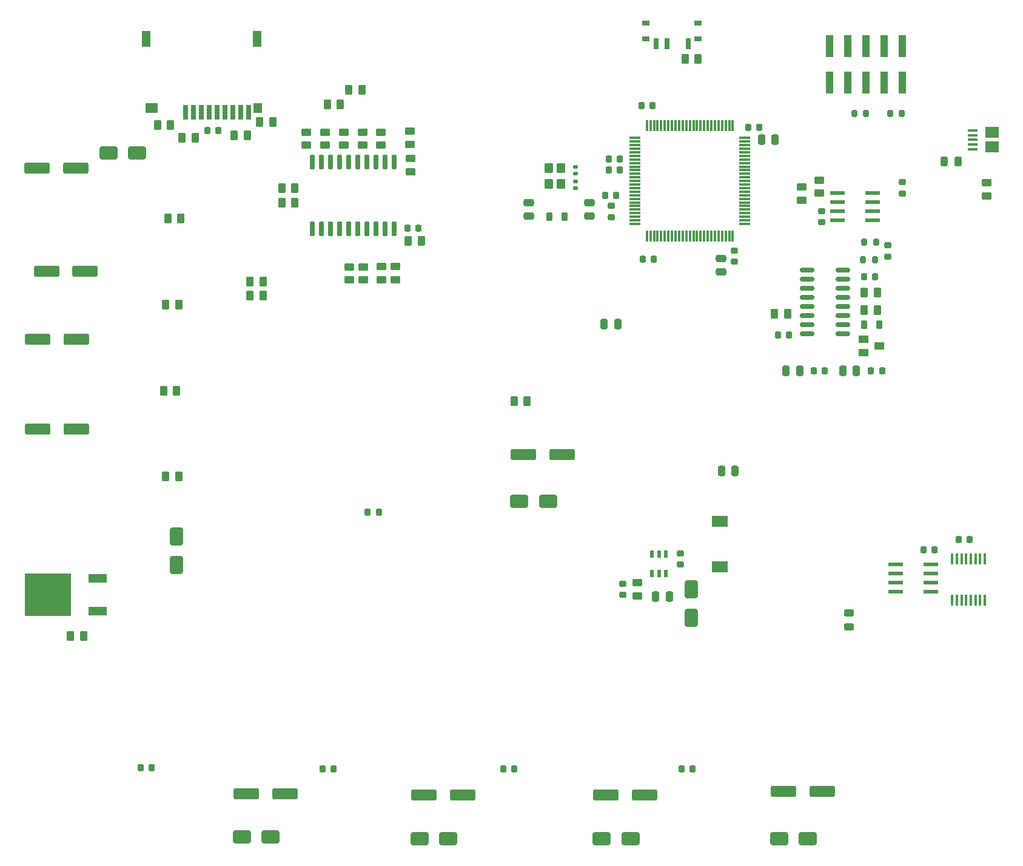
<source format=gbr>
%TF.GenerationSoftware,KiCad,Pcbnew,9.0.2*%
%TF.CreationDate,2025-07-27T13:17:30+02:00*%
%TF.ProjectId,HydrogelBioprinter,48796472-6f67-4656-9c42-696f7072696e,rev?*%
%TF.SameCoordinates,Original*%
%TF.FileFunction,Paste,Top*%
%TF.FilePolarity,Positive*%
%FSLAX46Y46*%
G04 Gerber Fmt 4.6, Leading zero omitted, Abs format (unit mm)*
G04 Created by KiCad (PCBNEW 9.0.2) date 2025-07-27 13:17:30*
%MOMM*%
%LPD*%
G01*
G04 APERTURE LIST*
G04 Aperture macros list*
%AMRoundRect*
0 Rectangle with rounded corners*
0 $1 Rounding radius*
0 $2 $3 $4 $5 $6 $7 $8 $9 X,Y pos of 4 corners*
0 Add a 4 corners polygon primitive as box body*
4,1,4,$2,$3,$4,$5,$6,$7,$8,$9,$2,$3,0*
0 Add four circle primitives for the rounded corners*
1,1,$1+$1,$2,$3*
1,1,$1+$1,$4,$5*
1,1,$1+$1,$6,$7*
1,1,$1+$1,$8,$9*
0 Add four rect primitives between the rounded corners*
20,1,$1+$1,$2,$3,$4,$5,0*
20,1,$1+$1,$4,$5,$6,$7,0*
20,1,$1+$1,$6,$7,$8,$9,0*
20,1,$1+$1,$8,$9,$2,$3,0*%
G04 Aperture macros list end*
%ADD10RoundRect,0.225000X0.250000X-0.225000X0.250000X0.225000X-0.250000X0.225000X-0.250000X-0.225000X0*%
%ADD11RoundRect,0.250000X0.262500X0.450000X-0.262500X0.450000X-0.262500X-0.450000X0.262500X-0.450000X0*%
%ADD12RoundRect,0.250000X-0.450000X0.262500X-0.450000X-0.262500X0.450000X-0.262500X0.450000X0.262500X0*%
%ADD13RoundRect,0.225000X-0.250000X0.225000X-0.250000X-0.225000X0.250000X-0.225000X0.250000X0.225000X0*%
%ADD14RoundRect,0.250000X1.000000X0.650000X-1.000000X0.650000X-1.000000X-0.650000X1.000000X-0.650000X0*%
%ADD15RoundRect,0.250000X-1.500000X-0.550000X1.500000X-0.550000X1.500000X0.550000X-1.500000X0.550000X0*%
%ADD16RoundRect,0.250000X-0.250000X-0.475000X0.250000X-0.475000X0.250000X0.475000X-0.250000X0.475000X0*%
%ADD17RoundRect,0.250000X1.500000X0.550000X-1.500000X0.550000X-1.500000X-0.550000X1.500000X-0.550000X0*%
%ADD18RoundRect,0.225000X0.225000X0.250000X-0.225000X0.250000X-0.225000X-0.250000X0.225000X-0.250000X0*%
%ADD19RoundRect,0.243750X-0.243750X-0.456250X0.243750X-0.456250X0.243750X0.456250X-0.243750X0.456250X0*%
%ADD20RoundRect,0.250000X-0.475000X0.250000X-0.475000X-0.250000X0.475000X-0.250000X0.475000X0.250000X0*%
%ADD21RoundRect,0.073750X0.911250X0.221250X-0.911250X0.221250X-0.911250X-0.221250X0.911250X-0.221250X0*%
%ADD22RoundRect,0.243750X0.456250X-0.243750X0.456250X0.243750X-0.456250X0.243750X-0.456250X-0.243750X0*%
%ADD23RoundRect,0.225000X-0.225000X-0.250000X0.225000X-0.250000X0.225000X0.250000X-0.225000X0.250000X0*%
%ADD24R,2.500000X1.200000*%
%ADD25R,6.500000X6.000000*%
%ADD26RoundRect,0.250000X0.475000X-0.250000X0.475000X0.250000X-0.475000X0.250000X-0.475000X-0.250000X0*%
%ADD27RoundRect,0.250000X-0.262500X-0.450000X0.262500X-0.450000X0.262500X0.450000X-0.262500X0.450000X0*%
%ADD28RoundRect,0.250000X-0.650000X1.000000X-0.650000X-1.000000X0.650000X-1.000000X0.650000X1.000000X0*%
%ADD29RoundRect,0.075000X-0.725000X-0.075000X0.725000X-0.075000X0.725000X0.075000X-0.725000X0.075000X0*%
%ADD30RoundRect,0.075000X-0.075000X-0.725000X0.075000X-0.725000X0.075000X0.725000X-0.075000X0.725000X0*%
%ADD31RoundRect,0.200000X-0.200000X-0.275000X0.200000X-0.275000X0.200000X0.275000X-0.200000X0.275000X0*%
%ADD32RoundRect,0.250000X0.450000X-0.262500X0.450000X0.262500X-0.450000X0.262500X-0.450000X-0.262500X0*%
%ADD33R,0.600000X1.100000*%
%ADD34RoundRect,0.250000X-1.000000X-0.650000X1.000000X-0.650000X1.000000X0.650000X-1.000000X0.650000X0*%
%ADD35R,2.200000X1.500000*%
%ADD36RoundRect,0.140000X0.170000X-0.140000X0.170000X0.140000X-0.170000X0.140000X-0.170000X-0.140000X0*%
%ADD37R,0.700000X2.000000*%
%ADD38R,1.200000X1.400000*%
%ADD39R,1.270000X2.290000*%
%ADD40R,1.780000X1.400000*%
%ADD41RoundRect,0.071250X0.913750X0.213750X-0.913750X0.213750X-0.913750X-0.213750X0.913750X-0.213750X0*%
%ADD42RoundRect,0.218750X-0.218750X-0.381250X0.218750X-0.381250X0.218750X0.381250X-0.218750X0.381250X0*%
%ADD43RoundRect,0.200000X0.200000X0.275000X-0.200000X0.275000X-0.200000X-0.275000X0.200000X-0.275000X0*%
%ADD44R,1.000000X0.800000*%
%ADD45R,0.700000X1.500000*%
%ADD46RoundRect,0.250000X0.250000X0.475000X-0.250000X0.475000X-0.250000X-0.475000X0.250000X-0.475000X0*%
%ADD47RoundRect,0.051250X0.153750X-0.733750X0.153750X0.733750X-0.153750X0.733750X-0.153750X-0.733750X0*%
%ADD48RoundRect,0.075000X-0.225000X0.955000X-0.225000X-0.955000X0.225000X-0.955000X0.225000X0.955000X0*%
%ADD49RoundRect,0.218750X0.218750X0.381250X-0.218750X0.381250X-0.218750X-0.381250X0.218750X-0.381250X0*%
%ADD50RoundRect,0.250000X-0.350000X0.450000X-0.350000X-0.450000X0.350000X-0.450000X0.350000X0.450000X0*%
%ADD51R,1.400000X1.000000*%
%ADD52R,1.350000X0.400000*%
%ADD53R,1.900000X1.500000*%
%ADD54R,1.000000X3.150000*%
%ADD55RoundRect,0.150000X0.850000X0.150000X-0.850000X0.150000X-0.850000X-0.150000X0.850000X-0.150000X0*%
G04 APERTURE END LIST*
D10*
%TO.C,C15*%
X163325000Y-60550000D03*
X163325000Y-59000000D03*
%TD*%
D11*
%TO.C,R32*%
X114750000Y-69530000D03*
X112925000Y-69530000D03*
%TD*%
D12*
%TO.C,R8*%
X189900000Y-56347500D03*
X189900000Y-58172500D03*
%TD*%
D11*
%TO.C,R25*%
X103250000Y-60750000D03*
X101425000Y-60750000D03*
%TD*%
D13*
%TO.C,C6*%
X192700000Y-59725000D03*
X192700000Y-61275000D03*
%TD*%
D14*
%TO.C,D6*%
X115810000Y-147000000D03*
X111810000Y-147000000D03*
%TD*%
D15*
%TO.C,C18*%
X83160000Y-53680000D03*
X88560000Y-53680000D03*
%TD*%
D11*
%TO.C,R12*%
X112525000Y-49112500D03*
X110700000Y-49112500D03*
%TD*%
D16*
%TO.C,C38*%
X187765000Y-82000000D03*
X189665000Y-82000000D03*
%TD*%
D12*
%TO.C,R40*%
X131200000Y-48675000D03*
X131200000Y-50500000D03*
%TD*%
D17*
%TO.C,C33*%
X168030000Y-141160000D03*
X162630000Y-141160000D03*
%TD*%
D18*
%TO.C,C8*%
X164575000Y-52400000D03*
X163025000Y-52400000D03*
%TD*%
D12*
%TO.C,R27*%
X123400000Y-48675000D03*
X123400000Y-50500000D03*
%TD*%
D15*
%TO.C,C48*%
X83260000Y-77600000D03*
X88660000Y-77600000D03*
%TD*%
D18*
%TO.C,C23*%
X108525000Y-48500000D03*
X106975000Y-48500000D03*
%TD*%
D11*
%TO.C,R24*%
X119162500Y-58500000D03*
X117337500Y-58500000D03*
%TD*%
%TO.C,R23*%
X119162500Y-56500000D03*
X117337500Y-56500000D03*
%TD*%
D19*
%TO.C,D5*%
X209875000Y-52750000D03*
X211750000Y-52750000D03*
%TD*%
D11*
%TO.C,R45*%
X102985000Y-96750000D03*
X101160000Y-96750000D03*
%TD*%
D20*
%TO.C,C24*%
X178700000Y-66300000D03*
X178700000Y-68200000D03*
%TD*%
D21*
%TO.C,U5*%
X208000000Y-112810000D03*
X208000000Y-111540000D03*
X208000000Y-110270000D03*
X208000000Y-109000000D03*
X203050000Y-109000000D03*
X203050000Y-110270000D03*
X203050000Y-111540000D03*
X203050000Y-112810000D03*
%TD*%
D13*
%TO.C,C20*%
X204000000Y-55700000D03*
X204000000Y-57250000D03*
%TD*%
D22*
%TO.C,D4*%
X196500000Y-117687500D03*
X196500000Y-115812500D03*
%TD*%
D23*
%TO.C,C28*%
X148260000Y-137550000D03*
X149810000Y-137550000D03*
%TD*%
%TO.C,C39*%
X186615000Y-77000000D03*
X188165000Y-77000000D03*
%TD*%
D24*
%TO.C,Q1*%
X91600000Y-115552500D03*
D25*
X84660000Y-113262500D03*
D24*
X91600000Y-110972500D03*
%TD*%
D12*
%TO.C,R34*%
X126750000Y-67500000D03*
X126750000Y-69325000D03*
%TD*%
D13*
%TO.C,C5*%
X165000000Y-111675000D03*
X165000000Y-113225000D03*
%TD*%
D10*
%TO.C,C42*%
X202000000Y-66050000D03*
X202000000Y-64500000D03*
%TD*%
D16*
%TO.C,C2*%
X178750000Y-96000000D03*
X180650000Y-96000000D03*
%TD*%
D26*
%TO.C,C16*%
X160325000Y-60400000D03*
X160325000Y-58500000D03*
%TD*%
D27*
%TO.C,R36*%
X134987500Y-63900000D03*
X136812500Y-63900000D03*
%TD*%
D28*
%TO.C,D3*%
X174500000Y-112450000D03*
X174500000Y-116450000D03*
%TD*%
D12*
%TO.C,R43*%
X133250000Y-67425000D03*
X133250000Y-69250000D03*
%TD*%
D11*
%TO.C,R38*%
X102662500Y-84750000D03*
X100837500Y-84750000D03*
%TD*%
D12*
%TO.C,R35*%
X128720000Y-67500000D03*
X128720000Y-69325000D03*
%TD*%
D29*
%TO.C,U3*%
X166650000Y-49500000D03*
X166650000Y-50000000D03*
X166650000Y-50500000D03*
X166650000Y-51000000D03*
X166650000Y-51500000D03*
X166650000Y-52000000D03*
X166650000Y-52500000D03*
X166650000Y-53000000D03*
X166650000Y-53500000D03*
X166650000Y-54000000D03*
X166650000Y-54500000D03*
X166650000Y-55000000D03*
X166650000Y-55500000D03*
X166650000Y-56000000D03*
X166650000Y-56500000D03*
X166650000Y-57000000D03*
X166650000Y-57500000D03*
X166650000Y-58000000D03*
X166650000Y-58500000D03*
X166650000Y-59000000D03*
X166650000Y-59500000D03*
X166650000Y-60000000D03*
X166650000Y-60500000D03*
X166650000Y-61000000D03*
X166650000Y-61500000D03*
D30*
X168325000Y-63175000D03*
X168825000Y-63175000D03*
X169325000Y-63175000D03*
X169825000Y-63175000D03*
X170325000Y-63175000D03*
X170825000Y-63175000D03*
X171325000Y-63175000D03*
X171825000Y-63175000D03*
X172325000Y-63175000D03*
X172825000Y-63175000D03*
X173325000Y-63175000D03*
X173825000Y-63175000D03*
X174325000Y-63175000D03*
X174825000Y-63175000D03*
X175325000Y-63175000D03*
X175825000Y-63175000D03*
X176325000Y-63175000D03*
X176825000Y-63175000D03*
X177325000Y-63175000D03*
X177825000Y-63175000D03*
X178325000Y-63175000D03*
X178825000Y-63175000D03*
X179325000Y-63175000D03*
X179825000Y-63175000D03*
X180325000Y-63175000D03*
D29*
X182000000Y-61500000D03*
X182000000Y-61000000D03*
X182000000Y-60500000D03*
X182000000Y-60000000D03*
X182000000Y-59500000D03*
X182000000Y-59000000D03*
X182000000Y-58500000D03*
X182000000Y-58000000D03*
X182000000Y-57500000D03*
X182000000Y-57000000D03*
X182000000Y-56500000D03*
X182000000Y-56000000D03*
X182000000Y-55500000D03*
X182000000Y-55000000D03*
X182000000Y-54500000D03*
X182000000Y-54000000D03*
X182000000Y-53500000D03*
X182000000Y-53000000D03*
X182000000Y-52500000D03*
X182000000Y-52000000D03*
X182000000Y-51500000D03*
X182000000Y-51000000D03*
X182000000Y-50500000D03*
X182000000Y-50000000D03*
X182000000Y-49500000D03*
D30*
X180325000Y-47825000D03*
X179825000Y-47825000D03*
X179325000Y-47825000D03*
X178825000Y-47825000D03*
X178325000Y-47825000D03*
X177825000Y-47825000D03*
X177325000Y-47825000D03*
X176825000Y-47825000D03*
X176325000Y-47825000D03*
X175825000Y-47825000D03*
X175325000Y-47825000D03*
X174825000Y-47825000D03*
X174325000Y-47825000D03*
X173825000Y-47825000D03*
X173325000Y-47825000D03*
X172825000Y-47825000D03*
X172325000Y-47825000D03*
X171825000Y-47825000D03*
X171325000Y-47825000D03*
X170825000Y-47825000D03*
X170325000Y-47825000D03*
X169825000Y-47825000D03*
X169325000Y-47825000D03*
X168825000Y-47825000D03*
X168325000Y-47825000D03*
%TD*%
D10*
%TO.C,C3*%
X173000000Y-109000000D03*
X173000000Y-107450000D03*
%TD*%
D11*
%TO.C,R17*%
X151590000Y-86200000D03*
X149765000Y-86200000D03*
%TD*%
D12*
%TO.C,R29*%
X126000000Y-48675000D03*
X126000000Y-50500000D03*
%TD*%
D31*
%TO.C,R21*%
X198665000Y-64000000D03*
X200315000Y-64000000D03*
%TD*%
D23*
%TO.C,C13*%
X182500000Y-48000000D03*
X184050000Y-48000000D03*
%TD*%
D16*
%TO.C,C25*%
X184350000Y-49750000D03*
X186250000Y-49750000D03*
%TD*%
D32*
%TO.C,R6*%
X215750000Y-57575000D03*
X215750000Y-55750000D03*
%TD*%
D33*
%TO.C,U1*%
X170950000Y-107600000D03*
X170000000Y-107600000D03*
X169050000Y-107600000D03*
X169050000Y-110300000D03*
X170000000Y-110300000D03*
X170950000Y-110300000D03*
%TD*%
D31*
%TO.C,R22*%
X198500000Y-66500000D03*
X200150000Y-66500000D03*
%TD*%
D26*
%TO.C,C17*%
X151825000Y-60400000D03*
X151825000Y-58500000D03*
%TD*%
D34*
%TO.C,D10*%
X150510000Y-100200000D03*
X154510000Y-100200000D03*
%TD*%
D12*
%TO.C,R42*%
X131250000Y-67425000D03*
X131250000Y-69250000D03*
%TD*%
D17*
%TO.C,C34*%
X192810000Y-140650000D03*
X187410000Y-140650000D03*
%TD*%
D18*
%TO.C,C36*%
X193165000Y-82000000D03*
X191615000Y-82000000D03*
%TD*%
D14*
%TO.C,D8*%
X166030000Y-147300000D03*
X162030000Y-147300000D03*
%TD*%
D15*
%TO.C,C49*%
X83260000Y-90100000D03*
X88660000Y-90100000D03*
%TD*%
D28*
%TO.C,D2*%
X102660000Y-105100000D03*
X102660000Y-109100000D03*
%TD*%
D32*
%TO.C,R37*%
X135300000Y-54212500D03*
X135300000Y-52387500D03*
%TD*%
D35*
%TO.C,L1*%
X178500000Y-109350000D03*
X178500000Y-102950000D03*
%TD*%
D34*
%TO.C,D11*%
X93160000Y-51600000D03*
X97160000Y-51600000D03*
%TD*%
D23*
%TO.C,C14*%
X167550000Y-45000000D03*
X169100000Y-45000000D03*
%TD*%
D36*
%TO.C,C22*%
X158325000Y-56500000D03*
X158325000Y-55540000D03*
%TD*%
D37*
%TO.C,Card1*%
X103900000Y-45890000D03*
X104990000Y-45890000D03*
X106090000Y-45890000D03*
X107190000Y-45890000D03*
X108290000Y-45890000D03*
X109380000Y-45890000D03*
X110480000Y-45890000D03*
X111580000Y-45890000D03*
X112680000Y-45900000D03*
D38*
X113960000Y-45360000D03*
D39*
X113930000Y-35700000D03*
X98440000Y-35710000D03*
D40*
X99200000Y-45360000D03*
%TD*%
D41*
%TO.C,U2*%
X199850000Y-61010000D03*
X199850000Y-59740000D03*
X199850000Y-58470000D03*
X199850000Y-57200000D03*
X194900000Y-57200000D03*
X194900000Y-58470000D03*
X194900000Y-59740000D03*
X194900000Y-61010000D03*
%TD*%
D42*
%TO.C,L2*%
X198665000Y-75540000D03*
X200790000Y-75540000D03*
%TD*%
D23*
%TO.C,C40*%
X198665000Y-68825000D03*
X200215000Y-68825000D03*
%TD*%
D43*
%TO.C,R15*%
X198925000Y-46100000D03*
X197275000Y-46100000D03*
%TD*%
D23*
%TO.C,C44*%
X199615000Y-82000000D03*
X201165000Y-82000000D03*
%TD*%
D15*
%TO.C,C35*%
X151110000Y-93700000D03*
X156510000Y-93700000D03*
%TD*%
D44*
%TO.C,SW1*%
X175500000Y-35710000D03*
X175500000Y-33500000D03*
X168200000Y-35710000D03*
X168200000Y-33500000D03*
D45*
X174100000Y-36360000D03*
X171100000Y-36360000D03*
X169600000Y-36360000D03*
%TD*%
D17*
%TO.C,C19*%
X89900000Y-68100000D03*
X84500000Y-68100000D03*
%TD*%
%TO.C,C31*%
X117810000Y-141000000D03*
X112410000Y-141000000D03*
%TD*%
D27*
%TO.C,R10*%
X103425000Y-49500000D03*
X105250000Y-49500000D03*
%TD*%
D46*
%TO.C,C41*%
X197565000Y-82000000D03*
X195665000Y-82000000D03*
%TD*%
D47*
%TO.C,U6*%
X210950000Y-114000000D03*
X211600000Y-114000000D03*
X212250000Y-114000000D03*
X212900000Y-114000000D03*
X213550000Y-114000000D03*
X214200000Y-114000000D03*
X214850000Y-114000000D03*
X215500000Y-114000000D03*
X215500000Y-108260000D03*
X214850000Y-108260000D03*
X214200000Y-108260000D03*
X213550000Y-108260000D03*
X212900000Y-108260000D03*
X212250000Y-108260000D03*
X211600000Y-108260000D03*
X210950000Y-108260000D03*
%TD*%
D18*
%TO.C,C11*%
X169270000Y-66440000D03*
X167720000Y-66440000D03*
%TD*%
D27*
%TO.C,R18*%
X186165000Y-74000000D03*
X187990000Y-74000000D03*
%TD*%
D14*
%TO.C,D7*%
X140610000Y-147300000D03*
X136610000Y-147300000D03*
%TD*%
D23*
%TO.C,C43*%
X211850000Y-105500000D03*
X213400000Y-105500000D03*
%TD*%
D48*
%TO.C,U7*%
X133015000Y-52860000D03*
X131745000Y-52860000D03*
X130475000Y-52860000D03*
X129205000Y-52860000D03*
X127935000Y-52860000D03*
X126665000Y-52860000D03*
X125395000Y-52860000D03*
X124125000Y-52860000D03*
X122855000Y-52860000D03*
X121585000Y-52860000D03*
X121585000Y-62140000D03*
X122855000Y-62140000D03*
X124125000Y-62140000D03*
X125395000Y-62140000D03*
X126665000Y-62140000D03*
X127935000Y-62140000D03*
X129205000Y-62140000D03*
X130475000Y-62140000D03*
X131745000Y-62140000D03*
X133015000Y-62140000D03*
%TD*%
D13*
%TO.C,C12*%
X180500000Y-65200000D03*
X180500000Y-66750000D03*
%TD*%
D49*
%TO.C,FB1*%
X156825000Y-60500000D03*
X154700000Y-60500000D03*
%TD*%
D43*
%TO.C,R14*%
X203925000Y-46100000D03*
X202275000Y-46100000D03*
%TD*%
D27*
%TO.C,R9*%
X173675000Y-38500000D03*
X175500000Y-38500000D03*
%TD*%
D18*
%TO.C,C10*%
X164025000Y-57500000D03*
X162475000Y-57500000D03*
%TD*%
D27*
%TO.C,R20*%
X198665000Y-71040000D03*
X200490000Y-71040000D03*
%TD*%
D17*
%TO.C,C32*%
X142610000Y-141160000D03*
X137210000Y-141160000D03*
%TD*%
D23*
%TO.C,C29*%
X173150000Y-137540000D03*
X174700000Y-137540000D03*
%TD*%
D18*
%TO.C,C9*%
X164575000Y-54000000D03*
X163025000Y-54000000D03*
%TD*%
D12*
%TO.C,R26*%
X120800000Y-48675000D03*
X120800000Y-50500000D03*
%TD*%
D36*
%TO.C,C21*%
X158325000Y-54460000D03*
X158325000Y-53500000D03*
%TD*%
D23*
%TO.C,C37*%
X206950000Y-107000000D03*
X208500000Y-107000000D03*
%TD*%
D11*
%TO.C,R30*%
X114750000Y-71500000D03*
X112925000Y-71500000D03*
%TD*%
D27*
%TO.C,R11*%
X99987500Y-47712500D03*
X101812500Y-47712500D03*
%TD*%
D23*
%TO.C,C26*%
X97650000Y-137390000D03*
X99200000Y-137390000D03*
%TD*%
D32*
%TO.C,R39*%
X135250000Y-50412500D03*
X135250000Y-48587500D03*
%TD*%
D50*
%TO.C,Y1*%
X154625000Y-53750000D03*
X154625000Y-55950000D03*
X156325000Y-55950000D03*
X156325000Y-53750000D03*
%TD*%
D11*
%TO.C,R13*%
X116100000Y-47312500D03*
X114275000Y-47312500D03*
%TD*%
D51*
%TO.C,Q2*%
X198565000Y-77590000D03*
X200765000Y-78540000D03*
X198565000Y-79490000D03*
%TD*%
D52*
%TO.C,J15*%
X213800000Y-51050000D03*
X213800000Y-50400000D03*
X213800000Y-49750000D03*
X213800000Y-49100000D03*
X213800000Y-48450000D03*
D53*
X216500000Y-50750000D03*
X216500000Y-48750000D03*
%TD*%
D32*
%TO.C,R4*%
X167000000Y-113362500D03*
X167000000Y-111537500D03*
%TD*%
D27*
%TO.C,R31*%
X123687500Y-44800000D03*
X125512500Y-44800000D03*
%TD*%
D46*
%TO.C,C4*%
X171450000Y-113450000D03*
X169550000Y-113450000D03*
%TD*%
D23*
%TO.C,C47*%
X134900000Y-62100000D03*
X136450000Y-62100000D03*
%TD*%
D12*
%TO.C,R41*%
X128600000Y-48675000D03*
X128600000Y-50500000D03*
%TD*%
D32*
%TO.C,R7*%
X192400000Y-57215000D03*
X192400000Y-55390000D03*
%TD*%
D23*
%TO.C,C27*%
X123060000Y-137550000D03*
X124610000Y-137550000D03*
%TD*%
D46*
%TO.C,C7*%
X164250000Y-75500000D03*
X162350000Y-75500000D03*
%TD*%
D14*
%TO.C,D9*%
X190810000Y-147300000D03*
X186810000Y-147300000D03*
%TD*%
D11*
%TO.C,R33*%
X102985000Y-72750000D03*
X101160000Y-72750000D03*
%TD*%
D54*
%TO.C,J16*%
X204000000Y-36700000D03*
X204000000Y-41750000D03*
X201460000Y-36700000D03*
X201460000Y-41750000D03*
X198920000Y-36700000D03*
X198920000Y-41750000D03*
X196380000Y-36700000D03*
X196380000Y-41750000D03*
X193840000Y-36700000D03*
X193840000Y-41750000D03*
%TD*%
D55*
%TO.C,U4*%
X195665000Y-76810000D03*
X195665000Y-75540000D03*
X195665000Y-74270000D03*
X195665000Y-73000000D03*
X195665000Y-71730000D03*
X195665000Y-70460000D03*
X195665000Y-69190000D03*
X195665000Y-67920000D03*
X190665000Y-67920000D03*
X190665000Y-69190000D03*
X190665000Y-70460000D03*
X190665000Y-71730000D03*
X190665000Y-73000000D03*
X190665000Y-74270000D03*
X190665000Y-75540000D03*
X190665000Y-76810000D03*
%TD*%
D11*
%TO.C,R1*%
X89660000Y-119000000D03*
X87835000Y-119000000D03*
%TD*%
D23*
%TO.C,C30*%
X129350000Y-101700000D03*
X130900000Y-101700000D03*
%TD*%
D11*
%TO.C,R44*%
X128512500Y-42800000D03*
X126687500Y-42800000D03*
%TD*%
D27*
%TO.C,R19*%
X198665000Y-73540000D03*
X200490000Y-73540000D03*
%TD*%
M02*

</source>
